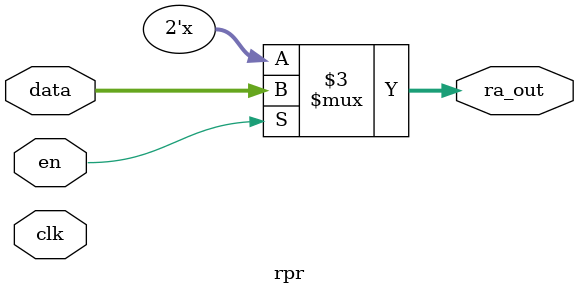
<source format=v>
module rpr (data, clk, en, ra_out);	//объявление модуля и его входов/выходов
	input wire [1:0] data;				//вход - два бита данных
   input clk;								//тактовый сигнал
	input en;								//разрешенеие
	output reg [1:0] ra_out;   		//выход - два бита данных
	
	always @*								//блок описания поведения комбинационной схемы
	begin
		if (en) begin						//если разрешение = 1
			ra_out = data;					//выход = вход
		end
	end
endmodule 
</source>
